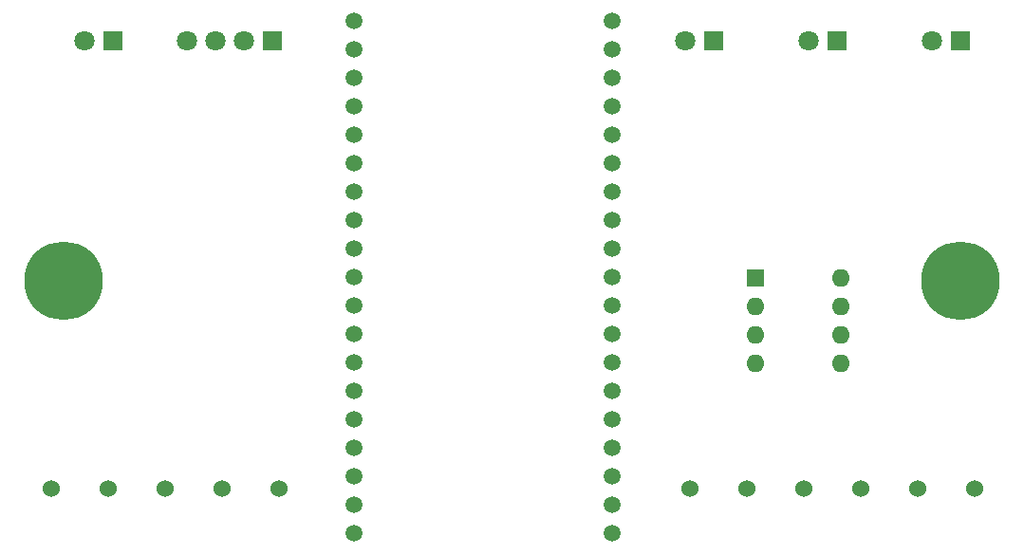
<source format=gbr>
%TF.GenerationSoftware,KiCad,Pcbnew,7.0.2*%
%TF.CreationDate,2023-06-22T14:29:26-03:00*%
%TF.ProjectId,Belliz_IOT,42656c6c-697a-45f4-994f-542e6b696361,rev?*%
%TF.SameCoordinates,Original*%
%TF.FileFunction,Soldermask,Bot*%
%TF.FilePolarity,Negative*%
%FSLAX46Y46*%
G04 Gerber Fmt 4.6, Leading zero omitted, Abs format (unit mm)*
G04 Created by KiCad (PCBNEW 7.0.2) date 2023-06-22 14:29:26*
%MOMM*%
%LPD*%
G01*
G04 APERTURE LIST*
%ADD10C,0.800000*%
%ADD11C,7.000000*%
%ADD12R,1.800000X1.800000*%
%ADD13C,1.800000*%
%ADD14C,1.500000*%
%ADD15R,1.600000X1.600000*%
%ADD16O,1.600000X1.600000*%
%ADD17C,1.524000*%
G04 APERTURE END LIST*
D10*
%TO.C,REF\u002A\u002A*%
X135000000Y-80125000D03*
X137625000Y-77500000D03*
D11*
X135000000Y-77500000D03*
D10*
X135000000Y-74875000D03*
X133143845Y-79356155D03*
X133143845Y-75643845D03*
X136856155Y-79356155D03*
X132375000Y-77500000D03*
X136856155Y-75643845D03*
%TD*%
%TO.C,REF\u002A\u002A*%
X56856155Y-75643845D03*
X52375000Y-77500000D03*
X56856155Y-79356155D03*
X53143845Y-75643845D03*
X53143845Y-79356155D03*
X55000000Y-74875000D03*
D11*
X55000000Y-77500000D03*
D10*
X57625000Y-77500000D03*
X55000000Y-80125000D03*
%TD*%
D12*
%TO.C,J3*%
X124000000Y-56000000D03*
D13*
X121460000Y-56000000D03*
%TD*%
D12*
%TO.C,J2*%
X113000000Y-56000000D03*
D13*
X110460000Y-56000000D03*
%TD*%
D14*
%TO.C,J9*%
X80900000Y-100000000D03*
X80900000Y-97460000D03*
X80900000Y-94920000D03*
X80900000Y-92380000D03*
X80900000Y-89840000D03*
X80900000Y-87300000D03*
X80900000Y-84760000D03*
X80900000Y-82220000D03*
X80900000Y-79680000D03*
X80900000Y-77140000D03*
X80900000Y-74600000D03*
X80900000Y-72060000D03*
X80900000Y-69520000D03*
X80900000Y-66980000D03*
X80900000Y-64440000D03*
X80900000Y-61900000D03*
X80900000Y-59360000D03*
X80900000Y-56820000D03*
X80900000Y-54280000D03*
%TD*%
%TO.C,J8*%
X103900000Y-100000000D03*
X103900000Y-97460000D03*
X103900000Y-94920000D03*
X103900000Y-92380000D03*
X103900000Y-89840000D03*
X103900000Y-87300000D03*
X103900000Y-84760000D03*
X103900000Y-82220000D03*
X103900000Y-79680000D03*
X103900000Y-77140000D03*
X103900000Y-74600000D03*
X103900000Y-72060000D03*
X103900000Y-69520000D03*
X103900000Y-66980000D03*
X103900000Y-64440000D03*
X103900000Y-61900000D03*
X103900000Y-59360000D03*
X103900000Y-56820000D03*
X103900000Y-54280000D03*
%TD*%
D15*
%TO.C,U1*%
X116730000Y-77250000D03*
D16*
X116730000Y-79790000D03*
X116730000Y-82330000D03*
X116730000Y-84870000D03*
X124350000Y-84870000D03*
X124350000Y-82330000D03*
X124350000Y-79790000D03*
X124350000Y-77250000D03*
%TD*%
D12*
%TO.C,J1*%
X59410000Y-56000000D03*
D13*
X56870000Y-56000000D03*
%TD*%
D12*
%TO.C,J6*%
X73640000Y-56000000D03*
D13*
X71100000Y-56000000D03*
X68560000Y-56000000D03*
X66020000Y-56000000D03*
%TD*%
D17*
%TO.C,J10*%
X136240000Y-96000000D03*
X131160000Y-96000000D03*
X126080000Y-96000000D03*
X121000000Y-96000000D03*
X115920000Y-96000000D03*
X110840000Y-96000000D03*
%TD*%
%TO.C,J5*%
X74240000Y-96000000D03*
X69160000Y-96000000D03*
X64080000Y-96000000D03*
X59000000Y-96000000D03*
X53920000Y-96000000D03*
%TD*%
D12*
%TO.C,J4*%
X135000000Y-56000000D03*
D13*
X132460000Y-56000000D03*
%TD*%
M02*

</source>
